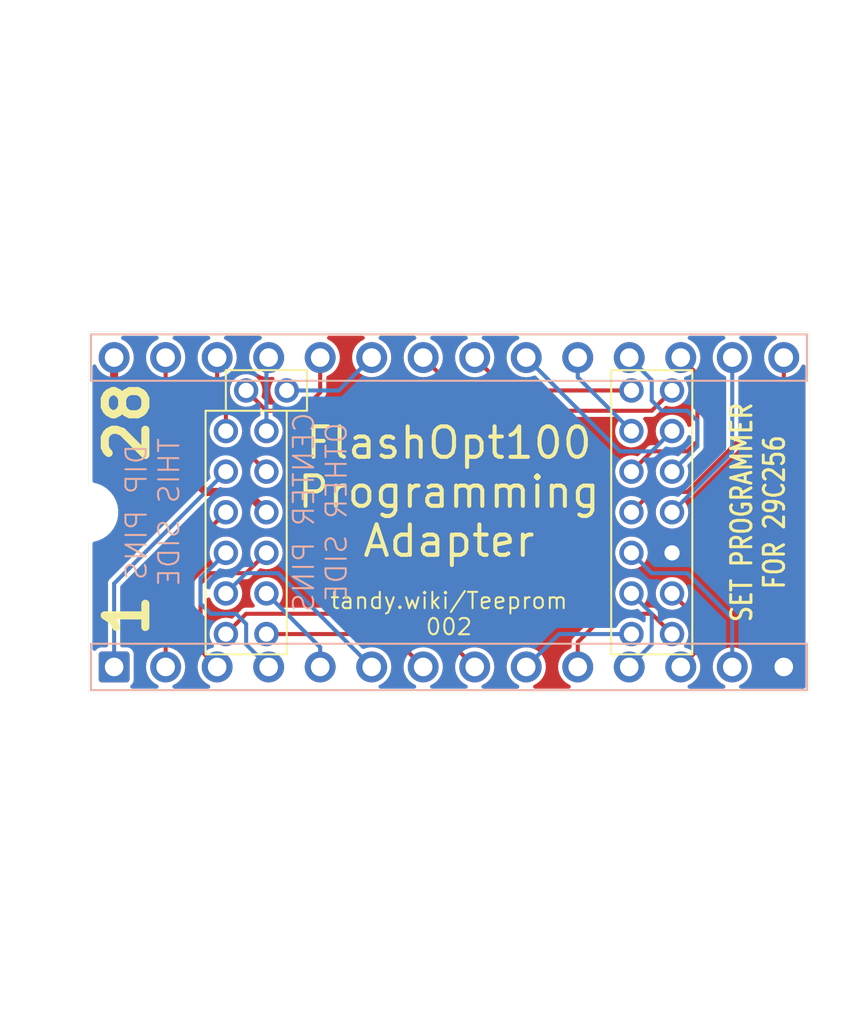
<source format=kicad_pcb>
(kicad_pcb (version 20211014) (generator pcbnew)
  (title_block (title "FlashOpt100_Programming_Adapter") (date "2022-12-24") (rev "002") (company "Brian White b.kenyon.w@gmail.com") (comment 1 "CC-BY-SA") (comment 2 "tandy.wiki/Teeprom"))
  (layers (0 "F.Cu" signal "Top") (31 "B.Cu" signal "Bottom") (34 "B.Paste" user) (35 "F.Paste" user) (36 "B.SilkS" user "B.Silkscreen") (37 "F.SilkS" user "F.Silkscreen") (38 "B.Mask" user) (39 "F.Mask" user) (44 "Edge.Cuts" user))
  (net 0 "")
  (net 1 "/D3")
  (net 2 "/A10")
  (net 3 "/D4")
  (net 4 "/A7")
  (net 5 "/D5")
  (net 6 "/A6")
  (net 7 "/D6")
  (net 8 "/A5")
  (net 9 "/D7")
  (net 10 "/A4")
  (net 11 "/A11")
  (net 12 "/A3")
  (net 13 "/~{OE}")
  (net 14 "/A2")
  (net 15 "/A13")
  (net 16 "/A1")
  (net 17 "/A0")
  (net 18 "/A12")
  (net 19 "/D0")
  (net 20 "/A9")
  (net 21 "/D1")
  (net 22 "/A8")
  (net 23 "/D2")
  (net 24 "/~{CE}")
  (net 25 "/A14")
  (net 26 "/~{WE}")
  (net 27 "VCC")
  (net 28 "GND")
  (footprint "000_LOCAL:DIP-28_600" (layer "F.Cu") (at 147.2184 99.187 90)
    (fp_text reference "J1" hide)
    (fp_text value "29F256 / 29C256")
    (pad "1" thru_hole roundrect locked (at -7.62 -16.51 90) (size 1.524 1.524) (drill 0.9144) (layers *.Cu *.Mask) (roundrect_rratio 0.1) (net 26 "/~{WE}"))
    (pad "2" thru_hole circle locked (at -7.62 -13.97 90) (size 1.524 1.524) (drill 0.9144) (layers *.Cu *.Mask) (net 18 "/A12"))
    (pad "3" thru_hole circle locked (at -7.62 -11.43 90) (size 1.524 1.524) (drill 0.9144) (layers *.Cu *.Mask) (net 4 "/A7"))
    (pad "4" thru_hole circle locked (at -7.62 -8.89 90) (size 1.524 1.524) (drill 0.9144) (layers *.Cu *.Mask) (net 6 "/A6"))
    (pad "5" thru_hole circle locked (at -7.62 -6.35 90) (size 1.524 1.524) (drill 0.9144) (layers *.Cu *.Mask) (net 8 "/A5"))
    (pad "6" thru_hole circle locked (at -7.62 -3.81 90) (size 1.524 1.524) (drill 0.9144) (layers *.Cu *.Mask) (net 10 "/A4"))
    (pad "7" thru_hole circle locked (at -7.62 -1.27 90) (size 1.524 1.524) (drill 0.9144) (layers *.Cu *.Mask) (net 12 "/A3"))
    (pad "8" thru_hole circle locked (at -7.62 1.27 90) (size 1.524 1.524) (drill 0.9144) (layers *.Cu *.Mask) (net 14 "/A2"))
    (pad "9" thru_hole circle locked (at -7.62 3.81 90) (size 1.524 1.524) (drill 0.9144) (layers *.Cu *.Mask) (net 16 "/A1"))
    (pad "10" thru_hole circle locked (at -7.62 6.35 90) (size 1.524 1.524) (drill 0.9144) (layers *.Cu *.Mask) (net 17 "/A0"))
    (pad "11" thru_hole circle locked (at -7.62 8.89 90) (size 1.524 1.524) (drill 0.9144) (layers *.Cu *.Mask) (net 19 "/D0"))
    (pad "12" thru_hole circle locked (at -7.62 11.43 90) (size 1.524 1.524) (drill 0.9144) (layers *.Cu *.Mask) (net 21 "/D1"))
    (pad "13" thru_hole circle locked (at -7.62 13.97 90) (size 1.524 1.524) (drill 0.9144) (layers *.Cu *.Mask) (net 23 "/D2"))
    (pad "14" thru_hole circle locked (at -7.62 16.51 90) (size 1.524 1.524) (drill 0.9144) (layers *.Cu *.Mask) (net 28 "GND"))
    (pad "15" thru_hole circle locked (at 7.62 16.51 90) (size 1.524 1.524) (drill 0.9144) (layers *.Cu *.Mask) (net 1 "/D3"))
    (pad "16" thru_hole circle locked (at 7.62 13.97 90) (size 1.524 1.524) (drill 0.9144) (layers *.Cu *.Mask) (net 3 "/D4"))
    (pad "17" thru_hole circle locked (at 7.62 11.43 90) (size 1.524 1.524) (drill 0.9144) (layers *.Cu *.Mask) (net 5 "/D5"))
    (pad "18" thru_hole circle locked (at 7.62 8.89 90) (size 1.524 1.524) (drill 0.9144) (layers *.Cu *.Mask) (net 7 "/D6"))
    (pad "19" thru_hole circle locked (at 7.62 6.35 90) (size 1.524 1.524) (drill 0.9144) (layers *.Cu *.Mask) (net 9 "/D7"))
    (pad "20" thru_hole circle locked (at 7.62 3.81 90) (size 1.524 1.524) (drill 0.9144) (layers *.Cu *.Mask) (net 24 "/~{CE}"))
    (pad "21" thru_hole circle locked (at 7.62 1.27 90) (size 1.524 1.524) (drill 0.9144) (layers *.Cu *.Mask) (net 2 "/A10"))
    (pad "22" thru_hole circle locked (at 7.62 -1.27 90) (size 1.524 1.524) (drill 0.9144) (layers *.Cu *.Mask) (net 13 "/~{OE}"))
    (pad "23" thru_hole circle locked (at 7.62 -3.81 90) (size 1.524 1.524) (drill 0.9144) (layers *.Cu *.Mask) (net 11 "/A11"))
    (pad "24" thru_hole circle locked (at 7.62 -6.35 90) (size 1.524 1.524) (drill 0.9144) (layers *.Cu *.Mask) (net 20 "/A9"))
    (pad "25" thru_hole circle locked (at 7.62 -8.89 90) (size 1.524 1.524) (drill 0.9144) (layers *.Cu *.Mask) (net 22 "/A8"))
    (pad "26" thru_hole circle locked (at 7.62 -11.43 90) (size 1.524 1.524) (drill 0.9144) (layers *.Cu *.Mask) (net 15 "/A13"))
    (pad "27" thru_hole circle locked (at 7.62 -13.97 90) (size 1.524 1.524) (drill 0.9144) (layers *.Cu *.Mask) (net 25 "/A14"))
    (pad "28" thru_hole circle locked (at 7.62 -16.51 90) (size 1.524 1.524) (drill 0.9144) (layers *.Cu *.Mask) (net 27 "VCC"))
  )
  (footprint "000_LOCAL:FlashOpt100_PRG_4x7_male" (layer "F.Cu") (at 147.2184 99.187)
    (fp_text reference "J2" hide)
    (fp_text value "FlashOpt100_PRG_4x7")
    (pad "1" thru_hole circle locked (at -8 -6) (size 1.2 1.2) (drill 0.75) (layers *.Cu *.Mask) (net 11 "/A11"))
    (pad "2" thru_hole circle locked (at -10 -6) (size 1.2 1.2) (drill 0.75) (layers *.Cu *.Mask) (net 20 "/A9"))
    (pad "3" thru_hole circle locked (at -9 -4) (size 1.2 1.2) (drill 0.75) (layers *.Cu *.Mask) (net 22 "/A8"))
    (pad "4" thru_hole circle locked (at -11 -4) (size 1.2 1.2) (drill 0.75) (layers *.Cu *.Mask) (net 15 "/A13"))
    (pad "5" thru_hole circle locked (at -9 -2) (size 1.2 1.2) (drill 0.75) (layers *.Cu *.Mask) (net 25 "/A14"))
    (pad "6" thru_hole circle locked (at -11 -2) (size 1.2 1.2) (drill 0.75) (layers *.Cu *.Mask) (net 26 "/~{WE}"))
    (pad "7" thru_hole circle locked (at -9 0) (size 1.2 1.2) (drill 0.75) (layers *.Cu *.Mask) (net 27 "VCC"))
    (pad "8" thru_hole circle locked (at -11 0) (size 1.2 1.2) (drill 0.75) (layers *.Cu *.Mask) (net 18 "/A12"))
    (pad "9" thru_hole circle locked (at -9 2) (size 1.2 1.2) (drill 0.75) (layers *.Cu *.Mask) (net 4 "/A7"))
    (pad "10" thru_hole circle locked (at -11 2) (size 1.2 1.2) (drill 0.75) (layers *.Cu *.Mask) (net 6 "/A6"))
    (pad "11" thru_hole circle locked (at -9 4) (size 1.2 1.2) (drill 0.75) (layers *.Cu *.Mask) (net 8 "/A5"))
    (pad "12" thru_hole circle locked (at -11 4) (size 1.2 1.2) (drill 0.75) (layers *.Cu *.Mask) (net 10 "/A4"))
    (pad "13" thru_hole circle locked (at -9 6) (size 1.2 1.2) (drill 0.75) (layers *.Cu *.Mask) (net 12 "/A3"))
    (pad "14" thru_hole circle locked (at -11 6) (size 1.2 1.2) (drill 0.75) (layers *.Cu *.Mask) (net 14 "/A2"))
    (pad "15" thru_hole circle locked (at 9 6) (size 1.2 1.2) (drill 0.75) (layers *.Cu *.Mask) (net 16 "/A1"))
    (pad "16" thru_hole circle locked (at 11 6) (size 1.2 1.2) (drill 0.75) (layers *.Cu *.Mask) (net 17 "/A0"))
    (pad "17" thru_hole circle locked (at 9 4) (size 1.2 1.2) (drill 0.75) (layers *.Cu *.Mask) (net 19 "/D0"))
    (pad "18" thru_hole circle locked (at 11 4) (size 1.2 1.2) (drill 0.75) (layers *.Cu *.Mask) (net 21 "/D1"))
    (pad "19" thru_hole circle locked (at 9 2) (size 1.2 1.2) (drill 0.75) (layers *.Cu *.Mask) (net 23 "/D2"))
    (pad "20" thru_hole circle locked (at 11 2) (size 1.2 1.2) (drill 0.75) (layers *.Cu *.Mask) (net 28 "GND"))
    (pad "21" thru_hole circle locked (at 9 0) (size 1.2 1.2) (drill 0.75) (layers *.Cu *.Mask) (net 1 "/D3"))
    (pad "22" thru_hole circle locked (at 11 0) (size 1.2 1.2) (drill 0.75) (layers *.Cu *.Mask) (net 3 "/D4"))
    (pad "23" thru_hole circle locked (at 9 -2) (size 1.2 1.2) (drill 0.75) (layers *.Cu *.Mask) (net 5 "/D5"))
    (pad "24" thru_hole circle locked (at 11 -2) (size 1.2 1.2) (drill 0.75) (layers *.Cu *.Mask) (net 7 "/D6"))
    (pad "25" thru_hole circle locked (at 9 -4) (size 1.2 1.2) (drill 0.75) (layers *.Cu *.Mask) (net 9 "/D7"))
    (pad "26" thru_hole circle locked (at 11 -4) (size 1.2 1.2) (drill 0.75) (layers *.Cu *.Mask) (net 24 "/~{CE}"))
    (pad "27" thru_hole circle locked (at 9 -6) (size 1.2 1.2) (drill 0.75) (layers *.Cu *.Mask) (net 2 "/A10"))
    (pad "28" thru_hole circle locked (at 11 -6) (size 1.2 1.2) (drill 0.75) (layers *.Cu *.Mask) (net 13 "/~{OE}"))
  )
  (footprint "000_LOCAL:IC_polarity_notch" (layer "F.Cu") (at 129.4384 99.187 90)
    (fp_text reference "notch" hide)
    (fp_text value "IC_polarity_notch")
    (pad "" np_thru_hole circle locked (at 0 0 90) (size 2.54 2.54) (drill 2.54) (layers *.Cu *.Mask))
  )
  (gr_line (start 129.5654 105.664) (end 129.5654 107.95) (layer "B.SilkS") (width 0.1))
  (gr_line (start 129.5654 92.71) (end 129.5654 90.424) (layer "B.SilkS") (width 0.1))
  (gr_line (start 164.8714 107.95) (end 164.8714 105.664) (layer "B.SilkS") (width 0.1))
  (gr_line (start 164.8714 92.71) (end 129.5654 92.71) (layer "B.SilkS") (width 0.1))
  (gr_line (start 129.5654 90.424) (end 164.8714 90.424) (layer "B.SilkS") (width 0.1))
  (gr_line (start 129.5654 107.95) (end 164.8714 107.95) (layer "B.SilkS") (width 0.1))
  (gr_line (start 164.8714 105.664) (end 129.5654 105.664) (layer "B.SilkS") (width 0.1))
  (gr_line (start 164.8714 90.424) (end 164.8714 92.71) (layer "B.SilkS") (width 0.1))
  (gr_line (start 135.2184 94.187) (end 135.2184 106.187) (layer "F.SilkS") (width 0.1))
  (gr_line (start 140.2184 94.187) (end 139.2184 94.187) (layer "F.SilkS") (width 0.1))
  (gr_line (start 159.2184 92.187) (end 159.2184 106.187) (layer "F.SilkS") (width 0.1))
  (gr_line (start 139.2184 94.187) (end 135.2184 94.187) (layer "F.SilkS") (width 0.1))
  (gr_line (start 136.2184 94.187) (end 136.2184 92.187) (layer "F.SilkS") (width 0.1))
  (gr_line (start 136.2184 92.187) (end 140.2184 92.187) (layer "F.SilkS") (width 0.1))
  (gr_line (start 155.2184 92.187) (end 159.2184 92.187) (layer "F.SilkS") (width 0.1))
  (gr_line (start 140.2184 92.187) (end 140.2184 94.187) (layer "F.SilkS") (width 0.1))
  (gr_line (start 155.2184 106.187) (end 155.2184 92.187) (layer "F.SilkS") (width 0.1))
  (gr_line (start 159.2184 106.187) (end 155.2184 106.187) (layer "F.SilkS") (width 0.1))
  (gr_line (start 135.2184 106.187) (end 139.2184 106.187) (layer "F.SilkS") (width 0.1))
  (gr_line (start 139.2184 106.187) (end 139.2184 94.187) (layer "F.SilkS") (width 0.1))
  (gr_line (start 164.9984 90.297) (end 164.9984 108.077) (layer "Edge.Cuts") (width 0.01))
  (gr_line (start 129.4384 108.077) (end 129.4384 90.297) (layer "Edge.Cuts") (width 0.01))
  (gr_line (start 129.4384 90.297) (end 164.9984 90.297) (layer "Edge.Cuts") (width 0.01))
  (gr_line (start 164.9984 108.077) (end 129.4384 108.077) (layer "Edge.Cuts") (width 0.01))
  (gr_text "CENTER PINS\nOTHER SIDE" (at 140.8684 99.187 90) (layer "B.SilkS") (effects (font (size 1 1) (thickness 0.1)) (justify mirror)))
  (gr_text "DIP PINS\nTHIS SIDE" (at 132.6134 99.187 90) (layer "B.SilkS") (effects (font (size 1 1) (thickness 0.1)) (justify mirror)))
  (gr_text "28" (at 131.3434 94.742 90) (layer "F.SilkS") (effects (font (size 2 2) (thickness 0.4))))
  (gr_text "SET PROGRAMMER\nFOR 29C256" (at 162.4584 99.187 90) (layer "F.SilkS") (effects (font (size 1 0.8))))
  (gr_text "1" (at 131.3434 104.267 90) (layer "F.SilkS") (effects (font (size 2 2) (thickness 0.4))))
  (gr_text "FlashOpt100\nProgramming\nAdapter" (at 147.2184 98.187) (layer "F.SilkS") (effects (font (size 1.5 1.5) (thickness 0.2))))
  (gr_text "${COMMENT2}\n${REVISION}" (at 147.2184 104.187) (layer "F.SilkS") (effects (font (size 0.8 0.8) (thickness 0.1))))
  (segment (start 163.7284 93.427) (end 158.9684 98.187) (width 0.2) (layer "F.Cu") (net 1))
  (segment (start 157.2184 98.187) (end 156.2184 99.187) (width 0.2) (layer "F.Cu") (net 1))
  (segment (start 158.9684 98.187) (end 157.2184 98.187) (width 0.2) (layer "F.Cu") (net 1))
  (segment (start 163.7284 91.567) (end 163.7284 93.427) (width 0.2) (layer "F.Cu") (net 1))
  (segment (start 156.2184 93.187) (end 150.1084 93.187) (width 0.2) (layer "F.Cu") (net 2))
  (segment (start 150.1084 93.187) (end 148.4884 91.567) (width 0.2) (layer "F.Cu") (net 2))
  (segment (start 161.1884 91.567) (end 161.1884 96.217) (width 0.2) (layer "B.Cu") (net 3))
  (segment (start 161.1884 96.217) (end 158.2184 99.187) (width 0.2) (layer "B.Cu") (net 3))
  (segment (start 135.7884 106.807) (end 134.9684 105.987) (width 0.2) (layer "F.Cu") (net 4))
  (segment (start 135.4684 102.187) (end 137.2184 102.187) (width 0.2) (layer "F.Cu") (net 4))
  (segment (start 134.9684 105.987) (end 134.9684 102.687) (width 0.2) (layer "F.Cu") (net 4))
  (segment (start 137.2184 102.187) (end 138.2184 101.187) (width 0.2) (layer "F.Cu") (net 4))
  (segment (start 134.9684 102.687) (end 135.4684 102.187) (width 0.2) (layer "F.Cu") (net 4))
  (segment (start 158.9684 96.187) (end 159.4684 95.687) (width 0.2) (layer "F.Cu") (net 5))
  (segment (start 157.2184 96.187) (end 158.9684 96.187) (width 0.2) (layer "F.Cu") (net 5))
  (segment (start 159.4684 95.687) (end 159.4684 92.387) (width 0.2) (layer "F.Cu") (net 5))
  (segment (start 156.2184 97.187) (end 157.2184 96.187) (width 0.2) (layer "F.Cu") (net 5))
  (segment (start 159.4684 92.387) (end 158.6484 91.567) (width 0.2) (layer "F.Cu") (net 5))
  (segment (start 137.2184 105.697) (end 137.2184 104.687) (width 0.2) (layer "B.Cu") (net 6))
  (segment (start 138.3284 106.807) (end 137.2184 105.697) (width 0.2) (layer "B.Cu") (net 6))
  (segment (start 137.2184 104.687) (end 136.7184 104.187) (width 0.2) (layer "B.Cu") (net 6))
  (segment (start 135.4684 104.187) (end 134.9684 103.687) (width 0.2) (layer "B.Cu") (net 6))
  (segment (start 134.9684 102.437) (end 136.2184 101.187) (width 0.2) (layer "B.Cu") (net 6))
  (segment (start 134.9684 103.687) (end 134.9684 102.437) (width 0.2) (layer "B.Cu") (net 6))
  (segment (start 136.7184 104.187) (end 135.4684 104.187) (width 0.2) (layer "B.Cu") (net 6))
  (segment (start 158.9684 94.187) (end 157.7184 94.187) (width 0.2) (layer "B.Cu") (net 7))
  (segment (start 157.2184 92.677) (end 156.1084 91.567) (width 0.2) (layer "B.Cu") (net 7))
  (segment (start 157.2184 93.687) (end 157.2184 92.677) (width 0.2) (layer "B.Cu") (net 7))
  (segment (start 159.4684 95.937) (end 159.4684 94.687) (width 0.2) (layer "B.Cu") (net 7))
  (segment (start 157.7184 94.187) (end 157.2184 93.687) (width 0.2) (layer "B.Cu") (net 7))
  (segment (start 159.4684 94.687) (end 158.9684 94.187) (width 0.2) (layer "B.Cu") (net 7))
  (segment (start 158.2184 97.187) (end 159.4684 95.937) (width 0.2) (layer "B.Cu") (net 7))
  (segment (start 140.8684 105.837) (end 138.2184 103.187) (width 0.2) (layer "B.Cu") (net 8))
  (segment (start 140.8684 106.807) (end 140.8684 105.837) (width 0.2) (layer "B.Cu") (net 8))
  (segment (start 153.5684 92.537) (end 156.2184 95.187) (width 0.2) (layer "B.Cu") (net 9))
  (segment (start 153.5684 91.567) (end 153.5684 92.537) (width 0.2) (layer "B.Cu") (net 9))
  (segment (start 137.2184 102.187) (end 136.2184 103.187) (width 0.2) (layer "B.Cu") (net 10))
  (segment (start 143.4084 106.807) (end 138.7884 102.187) (width 0.2) (layer "B.Cu") (net 10))
  (segment (start 138.7884 102.187) (end 137.2184 102.187) (width 0.2) (layer "B.Cu") (net 10))
  (segment (start 139.2184 93.187) (end 141.7884 93.187) (width 0.2) (layer "B.Cu") (net 11))
  (segment (start 141.7884 93.187) (end 143.4084 91.567) (width 0.2) (layer "B.Cu") (net 11))
  (segment (start 138.2184 105.187) (end 144.3284 105.187) (width 0.2) (layer "F.Cu") (net 12))
  (segment (start 144.3284 105.187) (end 145.9484 106.807) (width 0.2) (layer "F.Cu") (net 12))
  (segment (start 148.5684 94.187) (end 145.9484 91.567) (width 0.2) (layer "F.Cu") (net 13))
  (segment (start 158.2184 93.187) (end 157.2184 94.187) (width 0.2) (layer "F.Cu") (net 13))
  (segment (start 157.2184 94.187) (end 148.5684 94.187) (width 0.2) (layer "F.Cu") (net 13))
  (segment (start 145.8684 104.187) (end 148.4884 106.807) (width 0.2) (layer "F.Cu") (net 14))
  (segment (start 137.2184 104.187) (end 145.8684 104.187) (width 0.2) (layer "F.Cu") (net 14))
  (segment (start 136.2184 105.187) (end 137.2184 104.187) (width 0.2) (layer "F.Cu") (net 14))
  (segment (start 135.7884 93.757) (end 136.2184 94.187) (width 0.2) (layer "F.Cu") (net 15))
  (segment (start 136.2184 94.187) (end 136.2184 95.187) (width 0.2) (layer "F.Cu") (net 15))
  (segment (start 135.7884 91.567) (end 135.7884 93.757) (width 0.2) (layer "F.Cu") (net 15))
  (segment (start 156.2184 105.187) (end 152.6484 105.187) (width 0.2) (layer "B.Cu") (net 16))
  (segment (start 152.6484 105.187) (end 151.0284 106.807) (width 0.2) (layer "B.Cu") (net 16))
  (segment (start 154.9684 104.187) (end 153.5684 105.587) (width 0.2) (layer "F.Cu") (net 17))
  (segment (start 158.2184 105.187) (end 157.2184 104.187) (width 0.2) (layer "F.Cu") (net 17))
  (segment (start 153.5684 105.587) (end 153.5684 106.807) (width 0.2) (layer "F.Cu") (net 17))
  (segment (start 157.2184 104.187) (end 154.9684 104.187) (width 0.2) (layer "F.Cu") (net 17))
  (segment (start 133.2484 102.157) (end 136.2184 99.187) (width 0.2) (layer "F.Cu") (net 18))
  (segment (start 133.2484 106.807) (end 133.2484 102.157) (width 0.2) (layer "F.Cu") (net 18))
  (segment (start 157.2184 105.697) (end 156.1084 106.807) (width 0.2) (layer "B.Cu") (net 19))
  (segment (start 157.2184 104.187) (end 157.2184 105.697) (width 0.2) (layer "B.Cu") (net 19))
  (segment (start 156.2184 103.187) (end 157.2184 104.187) (width 0.2) (layer "B.Cu") (net 19))
  (segment (start 139.9684 94.187) (end 140.8684 93.287) (width 0.2) (layer "F.Cu") (net 20))
  (segment (start 140.8684 93.287) (end 140.8684 91.567) (width 0.2) (layer "F.Cu") (net 20))
  (segment (start 137.2184 93.187) (end 138.2184 94.187) (width 0.2) (layer "F.Cu") (net 20))
  (segment (start 138.2184 94.187) (end 139.9684 94.187) (width 0.2) (layer "F.Cu") (net 20))
  (segment (start 159.4684 104.437) (end 159.4684 105.987) (width 0.2) (layer "F.Cu") (net 21))
  (segment (start 158.2184 103.187) (end 159.4684 104.437) (width 0.2) (layer "F.Cu") (net 21))
  (segment (start 159.4684 105.987) (end 158.6484 106.807) (width 0.2) (layer "F.Cu") (net 21))
  (segment (start 138.2184 95.187) (end 138.2184 91.677) (width 0.2) (layer "B.Cu") (net 22))
  (segment (start 138.2184 91.677) (end 138.3284 91.567) (width 0.2) (layer "B.Cu") (net 22))
  (segment (start 161.1884 106.807) (end 161.1884 104.407) (width 0.2) (layer "B.Cu") (net 23))
  (segment (start 157.2184 102.187) (end 156.2184 101.187) (width 0.2) (layer "B.Cu") (net 23))
  (segment (start 158.9684 102.187) (end 157.2184 102.187) (width 0.2) (layer "B.Cu") (net 23))
  (segment (start 161.1884 104.407) (end 158.9684 102.187) (width 0.2) (layer "B.Cu") (net 23))
  (segment (start 155.6484 96.187) (end 157.2184 96.187) (width 0.2) (layer "B.Cu") (net 24))
  (segment (start 151.0284 91.567) (end 155.6484 96.187) (width 0.2) (layer "B.Cu") (net 24))
  (segment (start 157.2184 96.187) (end 158.2184 95.187) (width 0.2) (layer "B.Cu") (net 24))
  (segment (start 133.2484 93.967) (end 133.2484 91.567) (width 0.2) (layer "F.Cu") (net 25))
  (segment (start 135.4684 96.187) (end 133.2484 93.967) (width 0.2) (layer "F.Cu") (net 25))
  (segment (start 137.2184 96.187) (end 135.4684 96.187) (width 0.2) (layer "F.Cu") (net 25))
  (segment (start 138.2184 97.187) (end 137.2184 96.187) (width 0.2) (layer "F.Cu") (net 25))
  (segment (start 130.7084 102.697) (end 130.7084 106.807) (width 0.2) (layer "B.Cu") (net 26))
  (segment (start 136.2184 97.187) (end 130.7084 102.697) (width 0.2) (layer "B.Cu") (net 26))
  (segment (start 138.2184 99.187) (end 137.2184 98.187) (width 0.4) (layer "F.Cu") (net 27))
  (segment (start 135.2184 98.187) (end 130.7084 93.677) (width 0.4) (layer "F.Cu") (net 27))
  (segment (start 137.2184 98.187) (end 135.2184 98.187) (width 0.4) (layer "F.Cu") (net 27))
  (segment (start 130.7084 93.677) (end 130.7084 91.567) (width 0.4) (layer "F.Cu") (net 27))
  (segment (start 163.7284 106.807) (end 163.7284 106.697) (width 0.2) (layer "F.Cu") (net 28))
  (zone (net 28) (net_name "GND") (layer "F.Cu") (connect_pads yes (clearance 0.2)) (min_thickness 0.2) (fill yes (thermal_gap 0.2) (thermal_bridge_width 0.3) (smoothing fillet) (radius 0.1))
    (polygon (pts (xy 164.9984 90.297) (xy 164.9984 108.077) (xy 129.4384 108.077) (xy 129.4384 90.297)))
  )
  (zone (net 28) (net_name "GND") (layer "B.Cu") (connect_pads yes (clearance 0.2)) (min_thickness 0.2) (fill yes (thermal_gap 0.2) (thermal_bridge_width 0.3) (smoothing fillet) (radius 0.1))
    (polygon (pts (xy 164.9984 90.297) (xy 164.9984 108.077) (xy 129.4384 108.077) (xy 129.4384 90.297)))
  )
)
</source>
